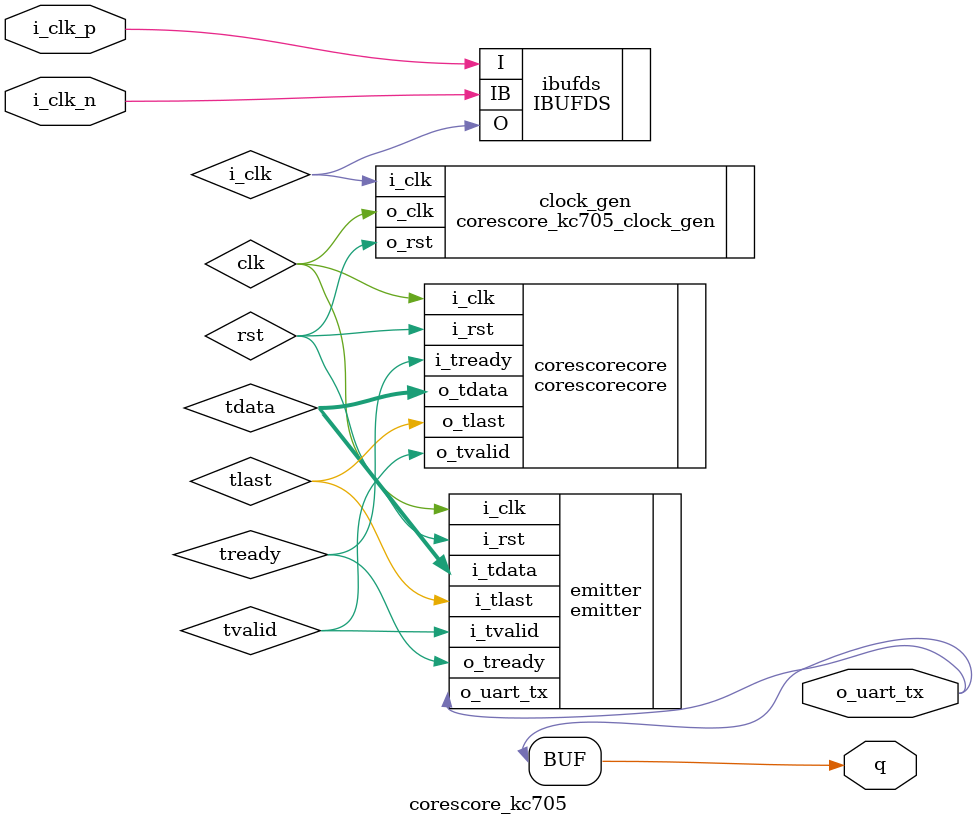
<source format=v>

`default_nettype none
module corescore_kc705
(
 input wire  i_clk_p,
 input wire  i_clk_n,
 output wire q,
 output wire o_uart_tx);

   wire      i_clk;
   wire      clk;
   wire      rst;

   //Mirror UART output to LED
   assign q = o_uart_tx;

   IBUFDS ibufds
     (.I  (i_clk_p),
      .IB (i_clk_n),
      .O  (i_clk));

   corescore_kc705_clock_gen
   clock_gen
     (.i_clk (i_clk),
      .o_clk (clk),
      .o_rst (rst));

   parameter memfile_emitter = "emitter.hex";

   wire [7:0]  tdata;
   wire        tlast;
   wire        tvalid;
   wire        tready;

   corescorecore corescorecore
     (.i_clk     (clk),
      .i_rst     (rst),
      .o_tdata   (tdata),
      .o_tlast   (tlast),
      .o_tvalid  (tvalid),
      .i_tready  (tready));

   emitter #(.memfile (memfile_emitter)) emitter
     (.i_clk     (clk),
      .i_rst     (rst),
      .i_tdata   (tdata),
      .i_tlast   (tlast),
      .i_tvalid  (tvalid),
      .o_tready  (tready),
      .o_uart_tx (o_uart_tx));

endmodule

</source>
